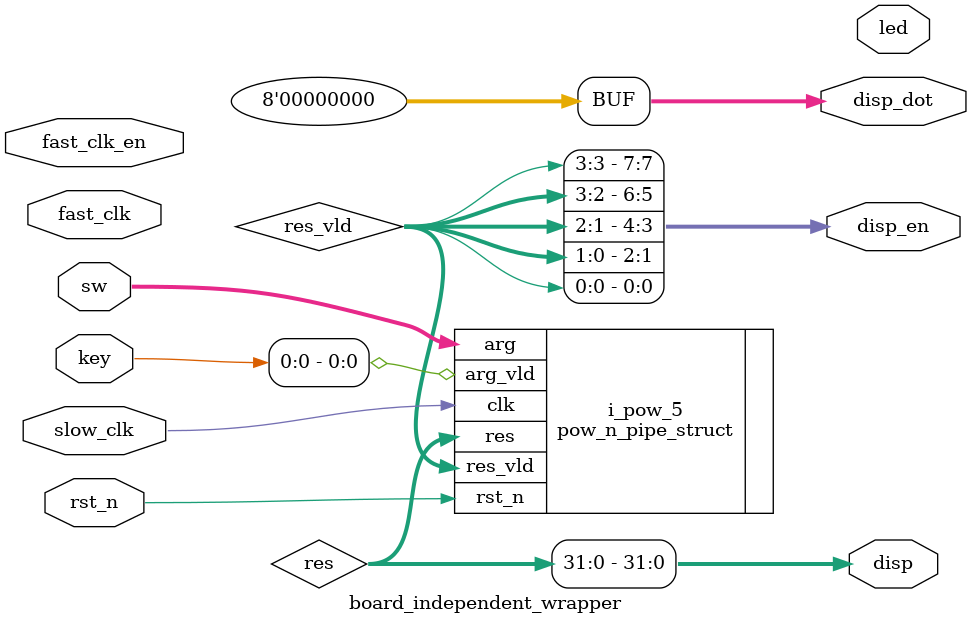
<source format=v>

`include "pow_n_pipe_struct.v"

module board_independent_wrapper
(
    input         fast_clk,
    input         slow_clk,
    input         rst_n,
    input         fast_clk_en,
    input  [ 3:0] key,
    input  [ 7:0] sw,
    output [ 7:0] led,
    output [ 7:0] disp_en,
    output [31:0] disp,
    output [ 7:0] disp_dot
);

    wire [ 4:0] res_vld;
    wire [39:0] res;

    pow_n_pipe_struct
    # (.w (8), .n (5))
    i_pow_5
    (
        .clk     ( slow_clk ),
        .rst_n   ( rst_n    ),
        .arg_vld ( key [0]  ),
        .arg     ( sw       ),
        .res_vld ( res_vld  ),
        .res     ( res      )
    );

    assign disp_en  =
    {
        res_vld [3], res_vld [3],
        res_vld [2], res_vld [2],
        res_vld [1], res_vld [1],
        res_vld [0], res_vld [0]
    };

    assign disp = res [31:0];

    assign disp_dot = 8'b0;

endmodule

</source>
